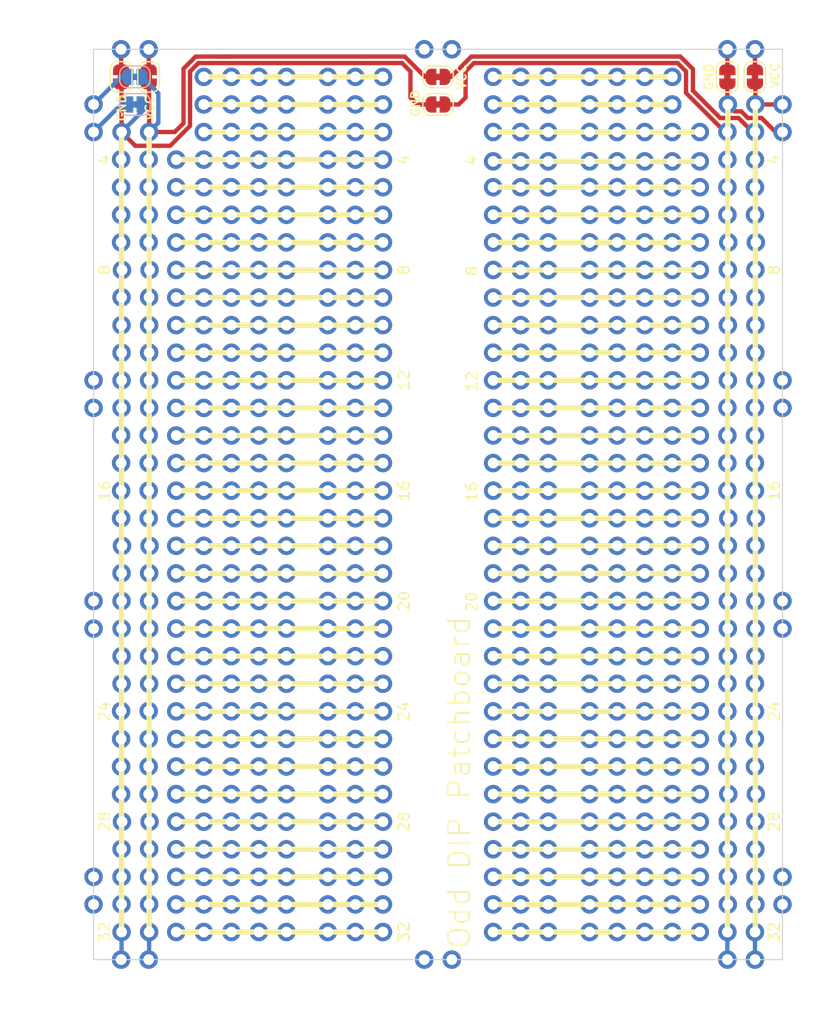
<source format=kicad_pcb>
(kicad_pcb (version 20211014) (generator pcbnew)
  (layers (0 "F.Cu" signal) (31 "B.Cu" signal) (34 "B.Paste" user) (35 "F.Paste" user) (36 "B.SilkS" user "B.Silkscreen") (37 "F.SilkS" user "F.Silkscreen") (38 "B.Mask" user) (39 "F.Mask" user) (44 "Edge.Cuts" user))
  (net 0 "")
  (net 1 "Net-(JP1-Pad2)")
  (net 2 "Net-(JP2-Pad2)")
  (net 3 "Net-(JP3-Pad2)")
  (net 4 "Net-(JP4-Pad2)")
  (net 19 "unconnected-(U1-Pad1)")
  (net 20 "unconnected-(U2-Pad1)")
  (net 21 "unconnected-(U3-Pad1)")
  (net 22 "unconnected-(U4-Pad1)")
  (net 23 "unconnected-(U5-Pad1)")
  (net 24 "unconnected-(U7-Pad1)")
  (net 25 "unconnected-(U8-Pad1)")
  (net 26 "unconnected-(U9-Pad1)")
  (net 27 "unconnected-(U10-Pad1)")
  (net 28 "unconnected-(U11-Pad1)")
  (net 29 "unconnected-(U25-Pad1)")
  (net 30 "unconnected-(U26-Pad1)")
  (net 31 "unconnected-(U27-Pad1)")
  (net 32 "unconnected-(U28-Pad1)")
  (net 33 "unconnected-(U29-Pad1)")
  (net 34 "unconnected-(U30-Pad1)")
  (net 35 "unconnected-(U31-Pad1)")
  (net 36 "unconnected-(U32-Pad1)")
  (net 37 "unconnected-(U33-Pad1)")
  (net 38 "unconnected-(U34-Pad1)")
  (net 39 "unconnected-(U35-Pad1)")
  (net 40 "unconnected-(U36-Pad1)")
  (net 41 "unconnected-(U37-Pad1)")
  (net 42 "unconnected-(U38-Pad1)")
  (net 43 "unconnected-(U39-Pad1)")
  (net 44 "unconnected-(U40-Pad1)")
  (net 45 "unconnected-(U41-Pad1)")
  (net 46 "unconnected-(U42-Pad1)")
  (net 47 "unconnected-(U43-Pad1)")
  (net 48 "unconnected-(U44-Pad1)")
  (net 49 "unconnected-(U45-Pad1)")
  (net 50 "unconnected-(U46-Pad1)")
  (net 51 "unconnected-(U47-Pad1)")
  (net 52 "unconnected-(U48-Pad1)")
  (net 53 "unconnected-(U49-Pad1)")
  (net 54 "unconnected-(U50-Pad1)")
  (net 55 "unconnected-(U51-Pad1)")
  (net 56 "unconnected-(U52-Pad1)")
  (net 57 "unconnected-(U53-Pad1)")
  (net 58 "unconnected-(U54-Pad1)")
  (net 59 "unconnected-(U55-Pad1)")
  (net 60 "unconnected-(U56-Pad1)")
  (net 61 "unconnected-(U57-Pad1)")
  (net 62 "unconnected-(U58-Pad1)")
  (net 63 "unconnected-(U59-Pad1)")
  (net 64 "unconnected-(U60-Pad1)")
  (net 65 "unconnected-(U61-Pad1)")
  (net 66 "unconnected-(U62-Pad1)")
  (net 67 "unconnected-(U63-Pad1)")
  (net 68 "unconnected-(U64-Pad1)")
  (net 69 "unconnected-(U67-Pad1)")
  (net 70 "unconnected-(U68-Pad1)")
  (net 71 "unconnected-(U69-Pad1)")
  (net 72 "unconnected-(U70-Pad1)")
  (net 73 "unconnected-(U71-Pad1)")
  (net 74 "unconnected-(U72-Pad1)")
  (net 75 "unconnected-(U73-Pad1)")
  (net 76 "unconnected-(U74-Pad1)")
  (net 77 "unconnected-(U75-Pad1)")
  (net 78 "unconnected-(U76-Pad1)")
  (net 79 "unconnected-(U77-Pad1)")
  (net 80 "unconnected-(U78-Pad1)")
  (net 81 "unconnected-(U79-Pad1)")
  (net 82 "unconnected-(U80-Pad1)")
  (net 83 "/LeftPlus")
  (net 84 "/LeftMinus")
  (net 85 "/RightPlus")
  (net 86 "/RightMinus")
  (net 87 "/LeftPlusJunk")
  (net 88 "/LeftMinusJunk")
  (footprint "Prototypeboard:2_pin_seperated" (layer "F.Cu") (at 175.26 54.61 180)
    (fp_text reference "U14")
    (fp_text value "2_pin_seperated")
  )
  (footprint "Prototypeboard:8_pin_shifted_connection" (layer "F.Cu") (at 129.54 102.87)
    (fp_text reference "U36")
    (fp_text value "1_row_connected")
  )
  (footprint "Prototypeboard:8_pin_shifted_connection" (layer "F.Cu") (at 129.54 107.95)
    (fp_text reference "U28")
    (fp_text value "1_row_connected")
  )
  (footprint "Prototypeboard:8_pin_shifted_connection" (layer "F.Cu") (at 129.54 97.79)
    (fp_text reference "U78")
    (fp_text value "1_row_connected")
  )
  (footprint "Prototypeboard:8_pin_shifted_connection" (layer "F.Cu") (at 129.54 80.01)
    (fp_text reference "U76")
    (fp_text value "1_row_connected")
  )
  (footprint "Prototypeboard:8_pin_shifted_connection" (layer "F.Cu") (at 162.56 113.03 180)
    (fp_text reference "U63")
    (fp_text value "1_row_connected")
  )
  (footprint "Prototypeboard:8_pin_shifted_connection" (layer "F.Cu") (at 162.56 72.39 180)
    (fp_text reference "U34")
    (fp_text value "1_row_connected")
  )
  (footprint "Prototypeboard:8_pin_shifted_connection" (layer "F.Cu") (at 162.56 85.09 180)
    (fp_text reference "U8")
    (fp_text value "1_row_connected")
  )
  (footprint "Prototypeboard:8_pin_shifted_connection" (layer "F.Cu") (at 162.56 90.17 180)
    (fp_text reference "U42")
    (fp_text value "1_row_connected")
  )
  (footprint "Prototypeboard:8_pin_shifted_connection" (layer "F.Cu") (at 162.56 130.81 180)
    (fp_text reference "U53")
    (fp_text value "1_row_connected")
  )
  (footprint "Prototypeboard:8_pin_shifted_connection" (layer "F.Cu") (at 129.54 135.89)
    (fp_text reference "U46")
    (fp_text value "1_row_connected")
  )
  (footprint "Prototypeboard:8_pin_shifted_connection" (layer "F.Cu") (at 129.54 110.49)
    (fp_text reference "U44")
    (fp_text value "1_row_connected")
  )
  (footprint "Prototypeboard:31x2_pin_connected" (layer "F.Cu") (at 172.72 59.69)
    (fp_text reference "U18")
    (fp_text value "2_pin_seperated")
  )
  (footprint "Prototypeboard:8_pin_shifted_connection" (layer "F.Cu") (at 129.54 87.63)
    (fp_text reference "U30")
    (fp_text value "1_row_connected")
  )
  (footprint "Prototypeboard:8_pin_shifted_connection" (layer "F.Cu") (at 162.56 125.73 180)
    (fp_text reference "U67")
    (fp_text value "1_row_connected")
  )
  (footprint "Prototypeboard:8_pin_shifted_connection" (layer "F.Cu") (at 129.54 100.33)
    (fp_text reference "U73")
    (fp_text value "1_row_connected")
  )
  (footprint "Prototypeboard:8_pin_shifted_connection" (layer "F.Cu") (at 162.56 64.93 180)
    (fp_text reference "U50")
    (fp_text value "1_row_connected")
  )
  (footprint "Prototypeboard:8_pin_shifted_connection" (layer "F.Cu") (at 129.54 90.17)
    (fp_text reference "U60")
    (fp_text value "1_row_connected")
  )
  (footprint "Prototypeboard:8_pin_shifted_connection" (layer "F.Cu") (at 162.56 82.55 180)
    (fp_text reference "U37")
    (fp_text value "1_row_connected")
  )
  (footprint "Prototypeboard:7_pin_shifted_connection" (layer "F.Cu") (at 132.08 59.42)
    (fp_text reference "U1")
    (fp_text value "1_row_connected")
  )
  (footprint "Prototypeboard:8_pin_shifted_connection" (layer "F.Cu") (at 129.54 125.73)
    (fp_text reference "U41")
    (fp_text value "1_row_connected")
  )
  (footprint "Prototypeboard:7_pin_shifted_connection" (layer "F.Cu") (at 160.02 59.96 180)
    (fp_text reference "U47")
    (fp_text value "1_row_connected")
  )
  (footprint "Prototypeboard:8_pin_shifted_connection" (layer "F.Cu") (at 129.54 92.71)
    (fp_text reference "U45")
    (fp_text value "1_row_connected")
  )
  (footprint "Prototypeboard:SolderJumper-2_P1.3mm_Bridged_RoundedPad1.0x1.5mm" (layer "F.Cu") (at 175.26 57.15 90)
    (fp_text reference "JP4")
    (fp_text value "Jumper_2_Bridged")
  )
  (footprint "Prototypeboard:8_pin_shifted_connection" (layer "F.Cu") (at 129.54 69.85)
    (fp_text reference "U26")
    (fp_text value "1_row_connected")
  )
  (footprint "Prototypeboard:8_pin_shifted_connection" (layer "F.Cu") (at 129.54 64.77)
    (fp_text reference "U62")
    (fp_text value "1_row_connected")
  )
  (footprint "Prototypeboard:8_pin_shifted_connection" (layer "F.Cu") (at 129.54 85.09)
    (fp_text reference "U77")
    (fp_text value "1_row_connected")
  )
  (footprint "Prototypeboard:8_pin_shifted_connection" (layer "F.Cu") (at 129.54 82.55)
    (fp_text reference "U75")
    (fp_text value "1_row_connected")
  )
  (footprint "Prototypeboard:8_pin_shifted_connection" (layer "F.Cu") (at 162.56 69.85 180)
    (fp_text reference "U72")
    (fp_text value "1_row_connected")
  )
  (footprint "Prototypeboard:8_pin_shifted_connection" (layer "F.Cu") (at 129.54 120.65)
    (fp_text reference "U7")
    (fp_text value "1_row_connected")
  )
  (footprint "Prototypeboard:8_pin_shifted_connection" (layer "F.Cu") (at 129.54 113.03)
    (fp_text reference "U40")
    (fp_text value "1_row_connected")
  )
  (footprint "Prototypeboard:2_pin_seperated" (layer "F.Cu") (at 116.84 138.43)
    (fp_text reference "U66")
    (fp_text value "2_pin_seperated")
  )
  (footprint "Prototypeboard:2_pin_seperated" (layer "F.Cu") (at 177.8 133.35 90)
    (fp_text reference "U16")
    (fp_text value "2_pin_seperated")
  )
  (footprint "Prototypeboard:8_pin_shifted_connection" (layer "F.Cu") (at 162.56 110.49 180)
    (fp_text reference "U38")
    (fp_text value "1_row_connected")
  )
  (footprint "Prototypeboard:8_pin_shifted_connection" (layer "F.Cu") (at 162.56 67.31 180)
    (fp_text reference "U51")
    (fp_text value "1_row_connected")
  )
  (footprint "Prototypeboard:7_pin_shifted_connection" (layer "F.Cu") (at 132.08 61.96)
    (fp_text reference "U3")
    (fp_text value "1_row_connected")
  )
  (footprint "Prototypeboard:2_pin_seperated" (layer "F.Cu") (at 177.8 107.95 90)
    (fp_text reference "U24")
    (fp_text value "2_pin_seperated")
  )
  (footprint "Prototypeboard:8_pin_shifted_connection" (layer "F.Cu") (at 129.54 130.81)
    (fp_text reference "U80")
    (fp_text value "1_row_connected")
  )
  (footprint "Prototypeboard:8_pin_shifted_connection" (layer "F.Cu") (at 162.56 100.33 180)
    (fp_text reference "U5")
    (fp_text value "1_row_connected")
  )
  (footprint "Prototypeboard:SolderJumper-2_P1.3mm_Bridged_RoundedPad1.0x1.5mm" (layer "F.Cu") (at 116.84 57.15 90)
    (fp_text reference "JP1")
    (fp_text value "Jumper_2_Bridged")
  )
  (footprint "Prototypeboard:8_pin_shifted_connection" (layer "F.Cu") (at 129.54 123.19)
    (fp_text reference "U79")
    (fp_text value "1_row_connected")
  )
  (footprint "Prototypeboard:8_pin_shifted_connection" (layer "F.Cu") (at 162.56 133.35 180)
    (fp_text reference "U59")
    (fp_text value "1_row_connected")
  )
  (footprint "Prototypeboard:2_pin_seperated" (layer "F.Cu") (at 177.8 87.63 90)
    (fp_text reference "U21")
    (fp_text value "2_pin_seperated")
  )
  (footprint "Prototypeboard:8_pin_shifted_connection" (layer "F.Cu") (at 162.56 87.63 180)
    (fp_text reference "U4")
    (fp_text value "1_row_connected")
  )
  (footprint "Prototypeboard:8_pin_shifted_connection" (layer "F.Cu") (at 162.56 74.93 180)
    (fp_text reference "U74")
    (fp_text value "1_row_connected")
  )
  (footprint "Prototypeboard:2_pin_seperated" (layer "F.Cu") (at 114.3 62.23 90)
    (fp_text reference "U12")
    (fp_text value "2_pin_seperated")
  )
  (footprint "Prototypeboard:8_pin_shifted_connection" (layer "F.Cu") (at 162.56 92.71 180)
    (fp_text reference "U58")
    (fp_text value "1_row_connected")
  )
  (footprint "Prototypeboard:2_pin_seperated" (layer "F.Cu") (at 144.78 138.43)
    (fp_text reference "U20")
    (fp_text value "2_pin_seperated")
  )
  (footprint "Prototypeboard:8_pin_shifted_connection" (layer "F.Cu") (at 162.56 80.01 180)
    (fp_text reference "U31")
    (fp_text value "1_row_connected")
  )
  (footprint "Prototypeboard:2_pin_seperated" (layer "F.Cu") (at 114.3 107.95 90)
    (fp_text reference "U23")
    (fp_text value "2_pin_seperated")
  )
  (footprint "Prototypeboard:8_pin_shifted_connection" (layer "F.Cu") (at 162.56 62.23 180)
    (fp_text reference "U64")
    (fp_text value "1_row_connected")
  )
  (footprint "Prototypeboard:8_pin_shifted_connection" (layer "F.Cu") (at 129.54 115.57)
    (fp_text reference "U11")
    (fp_text value "1_row_connected")
  )
  (footprint "Prototypeboard:SolderJumper-2_P1.3mm_Bridged_RoundedPad1.0x1.5mm" (layer "F.Cu") (at 119.38 57.15 90)
    (fp_text reference "JP2")
    (fp_text value "Jumper_2_Bridged")
  )
  (footprint "Prototypeboard:2_pin_seperated" (layer "F.Cu") (at 114.3 133.35 90)
    (fp_text reference "U13")
    (fp_text value "2_pin_seperated")
  )
  (footprint "Prototypeboard:8_pin_shifted_connection" (layer "F.Cu") (at 129.54 133.35)
    (fp_text reference "U71")
    (fp_text value "1_row_connected")
  )
  (footprint "Prototypeboard:8_pin_shifted_connection" (layer "F.Cu") (at 162.56 95.25 180)
    (fp_text reference "U55")
    (fp_text value "1_row_connected")
  )
  (footprint "Prototypeboard:8_pin_shifted_connection" (layer "F.Cu") (at 162.56 123.19 180)
    (fp_text reference "U10")
    (fp_text value "1_row_connected")
  )
  (footprint "Prototypeboard:7_pin_shifted_connection" (layer "F.Cu") (at 160.02 57.42 180)
    (fp_text reference "U48")
    (fp_text value "1_row_connected")
  )
  (footprint "Prototypeboard:8_pin_shifted_connection" (layer "F.Cu") (at 162.56 115.57 180)
    (fp_text reference "U52")
    (fp_text value "1_row_connected")
  )
  (footprint "Prototypeboard:7_pin_shifted_connection" (layer "F.Cu") (at 132.08 56.88)
    (fp_text reference "U2")
    (fp_text value "1_row_connected")
  )
  (footprint "Prototypeboard:8_pin_shifted_connection" (layer "F.Cu") (at 162.56 102.87 180)
    (fp_text reference "U9")
    (fp_text value "1_row_connected")
  )
  (footprint "Prototypeboard:SolderJumper-2_P1.3mm_Bridged_RoundedPad1.0x1.5mm" (layer "F.Cu") (at 172.72 57.15 90)
    (fp_text reference "JP3")
    (fp_text value "Jumper_2_Bridged")
  )
  (footprint "Prototypeboard:8_pin_shifted_connection" (layer "F.Cu") (at 162.56 107.95 180)
    (fp_text reference "U27")
    (fp_text value "1_row_connected")
  )
  (footprint "Prototypeboard:8_pin_shifted_connection" (layer "F.Cu") (at 129.54 67.31)
    (fp_text reference "U70")
    (fp_text value "1_row_connected")
  )
  (footprint "Prototypeboard:2_pin_seperated" (layer "F.Cu") (at 114.3 87.63 90)
    (fp_text reference "U22")
    (fp_text value "2_pin_seperated")
  )
  (footprint "Prototypeboard:8_pin_shifted_connection" (layer "F.Cu") (at 162.56 97.79 180)
    (fp_text reference "U32")
    (fp_text value "1_row_connected")
  )
  (footprint "Prototypeboard:SolderJumper-2_P1.3mm_Bridged_RoundedPad1.0x1.5mm" (layer "F.Cu") (at 146.05 59.69)
    (fp_text reference "JP9")
    (fp_text value "Jumper_2_Bridged")
  )
  (footprint "Prototypeboard:8_pin_shifted_connection" (layer "F.Cu") (at 129.54 118.11)
    (fp_text reference "U35")
    (fp_text value "1_row_connected")
  )
  (footprint "Prototypeboard:8_pin_shifted_connection" (layer "F.Cu") (at 162.56 135.89 180)
    (fp_text reference "U57")
    (fp_text value "1_row_connected")
  )
  (footprint "Prototypeboard:2_pin_seperated" (layer "F.Cu") (at 144.78 54.61)
    (fp_text reference "U19")
    (fp_text value "2_pin_seperated")
  )
  (footprint "Prototypeboard:8_pin_shifted_connection" (layer "F.Cu") (at 162.56 120.65 180)
    (fp_text reference "U43")
    (fp_text value "1_row_connected")
  )
  (footprint "Prototypeboard:8_pin_shifted_connection" (layer "F.Cu") (at 129.54 128.27)
    (fp_text reference "U25")
    (fp_text value "1_row_connected")
  )
  (footprint "Prototypeboard:8_pin_shifted_connection" (layer "F.Cu") (at 129.54 72.39)
    (fp_text reference "U49")
    (fp_text value "1_row_connected")
  )
  (footprint "Prototypeboard:SolderJumper-2_P1.3mm_Bridged_RoundedPad1.0x1.5mm" (layer "F.Cu") (at 146.05 57.15)
    (fp_text reference "JP10")
    (fp_text value "Jumper_2_Bridged")
  )
  (footprint "Prototypeboard:30x2_pin_connected" (layer "F.Cu") (at 116.880547 62.23)
    (fp_text reference "U6")
    (fp_text value "2_pin_seperated")
  )
  (footprint "Prototypeboard:2_pin_seperated" (layer "F.Cu") (at 116.84 54.61)
    (fp_text reference "U65")
    (fp_text value "2_pin_seperated")
  )
  (footprint "Prototypeboard:2_pin_seperated" (layer "F.Cu") (at 177.8 59.69 -90)
    (fp_text reference "U17")
    (fp_text value "2_pin_seperated")
  )
  (footprint "Prototypeboard:8_pin_shifted_connection" (layer "F.Cu") (at 129.54 77.47)
    (fp_text reference "U69")
    (fp_text value "1_row_connected")
  )
  (footprint "Prototypeboard:8_pin_shifted_connection" (layer "F.Cu") (at 129.54 95.25)
    (fp_text reference "U56")
    (fp_text value "1_row_connected")
  )
  (footprint "Prototypeboard:8_pin_shifted_connection" (layer "F.Cu") (at 162.56 77.47 180)
    (fp_text reference "U54")
    (fp_text value "1_row_connected")
  )
  (footprint "Prototypeboard:8_pin_shifted_connection" (layer "F.Cu") (at 129.54 74.93)
    (fp_text reference "U33")
    (fp_text value "1_row_connected")
  )
  (footprint "Prototypeboard:8_pin_shifted_connection" (layer "F.Cu") (at 162.56 118.11 180)
    (fp_text reference "U68")
    (fp_text value "1_row_connected")
  )
  (footprint "Prototypeboard:8_pin_shifted_connection" (layer "F.Cu") (at 162.56 128.27 180)
    (fp_text reference "U39")
    (fp_text value "1_row_connected")
  )
  (footprint "Prototypeboard:8_pin_shifted_connection" (layer "F.Cu") (at 129.54 105.41)
    (fp_text reference "U29")
    (fp_text value "1_row_connected")
  )
  (footprint "Prototypeboard:8_pin_shifted_connection" (layer "F.Cu") (at 162.56 105.41 180)
    (fp_text reference "U61")
    (fp_text value "1_row_connected")
  )
  (footprint "Prototypeboard:2_pin_seperated" (layer "F.Cu") (at 175.26 138.43 180)
    (fp_text reference "U15")
    (fp_text value "2_pin_seperated")
  )
  (footprint "Prototypeboard:SolderJumper-2_P1.3mm_Bridged_RoundedPad1.0x1.5mm" (layer "B.Cu") (at 118.11 57.15)
    (fp_text reference "JP6")
    (fp_text value "Jumper_2_Bridged")
  )
  (footprint "Prototypeboard:SolderJumper-2_P1.3mm_Bridged_RoundedPad1.0x1.5mm" (layer "B.Cu") (at 118.11 59.69)
    (fp_text reference "JP5")
    (fp_text value "Jumper_2_Bridged")
  )
  (gr_rect (start 114.3 54.61) (end 177.8 138.43) (layer "Edge.Cuts") (width 0.1) (fill none))
  (gr_text "24" (at 142.917011 115.574038 90) (layer "F.SilkS") (effects (font (size 1 1))))
  (gr_text "4" (at 115.316 64.77 90) (layer "F.SilkS") (effects (font (size 1 1))))
  (gr_text "24" (at 177.038 115.57 90) (layer "F.SilkS") (effects (font (size 1 1))))
  (gr_text "Odd DIP Patchboard" (at 148.007752 122.104442 90) (layer "F.SilkS") (effects (font (size 2 2))))
  (gr_text "28" (at 177.038 125.73 90) (layer "F.SilkS") (effects (font (size 1 1))))
  (gr_text "VCC" (at 177.110226 57.022264 90) (layer "F.SilkS") (effects (font (size 0.8 0.8))))
  (gr_text "16" (at 177.038 95.25 90) (layer "F.SilkS") (effects (font (size 1 1))))
  (gr_text "28" (at 115.316 125.73 90) (layer "F.SilkS") (effects (font (size 1 1))))
  (gr_text "32" (at 177.038 135.89 90) (layer "F.SilkS") (effects (font (size 1 1))))
  (gr_text "8" (at 115.316 74.93 90) (layer "F.SilkS") (effects (font (size 1 1))))
  (gr_text "GND" (at 116.891744 60.00786 90) (layer "F.SilkS") (effects (font (size 0.8 0.8))))
  (gr_text "12" (at 142.917011 85.094038 90) (layer "F.SilkS") (effects (font (size 1 1))))
  (gr_text "4" (at 149.15821 64.859885 90) (layer "F.SilkS") (effects (font (size 1 1))))
  (gr_text "32" (at 115.316 135.89 90) (layer "F.SilkS") (effects (font (size 1 1))))
  (gr_text "4" (at 177.038 64.77 90) (layer "F.SilkS") (effects (font (size 1 1))))
  (gr_text "20" (at 142.917011 105.414038 90) (layer "F.SilkS") (effects (font (size 1 1))))
  (gr_text "8" (at 149.15821 75.019885 90) (layer "F.SilkS") (effects (font (size 1 1))))
  (gr_text "GND" (at 171.014063 57.165328 90) (layer "F.SilkS") (effects (font (size 0.8 0.8))))
  (gr_text "32" (at 142.917011 135.894038 90) (layer "F.SilkS") (effects (font (size 1 1))))
  (gr_text "24" (at 115.316 115.57 90) (layer "F.SilkS") (effects (font (size 1 1))))
  (gr_text "4" (at 142.917011 64.774038 90) (layer "F.SilkS") (effects (font (size 1 1))))
  (gr_text "16" (at 115.316 95.25 90) (layer "F.SilkS") (effects (font (size 1 1))))
  (gr_text "VCC" (at 119.495317 59.991598 90) (layer "F.SilkS") (effects (font (size 0.8 0.8))))
  (gr_text "16" (at 142.917011 95.254038 90) (layer "F.SilkS") (effects (font (size 1 1))))
  (gr_text "16" (at 149.15821 95.339885 90) (layer "F.SilkS") (effects (font (size 1 1))))
  (gr_text "8" (at 142.917011 74.934038 90) (layer "F.SilkS") (effects (font (size 1 1))))
  (gr_text "8" (at 177.038 74.93 90) (layer "F.SilkS") (effects (font (size 1 1))))
  (gr_text "28" (at 142.917011 125.734038 90) (layer "F.SilkS") (effects (font (size 1 1))))
  (gr_text "VCC" (at 148.246084 57.156573 90) (layer "F.SilkS") (effects (font (size 0.8 0.8))))
  (gr_text "20" (at 149.15821 105.499885 90) (layer "F.SilkS") (effects (font (size 1 1))))
  (gr_text "12" (at 149.15821 85.179885 90) (layer "F.SilkS") (effects (font (size 1 1))))
  (gr_text "GND" (at 143.966936 59.594198 90) (layer "F.SilkS") (effects (font (size 0.8 0.8))))
  (segment (start 116.84 56.5) (end 116.84 54.81) (width 0.4) (layer "F.Cu") (net 1))
  (segment (start 119.38 56.5) (end 119.38 54.81) (width 0.4) (layer "F.Cu") (net 2))
  (segment (start 172.72 56.5) (end 172.72 54.81) (width 0.4) (layer "F.Cu") (net 3))
  (segment (start 175.26 56.5) (end 175.26 54.81) (width 0.4) (layer "F.Cu") (net 4))
  (segment (start 140.97 59.69) (end 124.46 59.69) (width 0.4) (layer "B.Cu") (net 19))
  (segment (start 124.46 57.15) (end 140.97 57.15) (width 0.4) (layer "B.Cu") (net 20))
  (segment (start 124.46 62.23) (end 140.97 62.23) (width 0.4) (layer "B.Cu") (net 21))
  (segment (start 151.13 87.63) (end 170.18 87.63) (width 0.4) (layer "B.Cu") (net 22))
  (segment (start 170.18 100.33) (end 151.13 100.33) (width 0.4) (layer "B.Cu") (net 23))
  (segment (start 140.97 120.65) (end 121.92 120.65) (width 0.4) (layer "B.Cu") (net 24))
  (segment (start 170.18 85.09) (end 151.13 85.09) (width 0.4) (layer "B.Cu") (net 25))
  (segment (start 151.13 102.87) (end 170.18 102.87) (width 0.4) (layer "B.Cu") (net 26))
  (segment (start 170.18 123.19) (end 151.13 123.19) (width 0.4) (layer "B.Cu") (net 27))
  (segment (start 140.97 115.57) (end 121.92 115.57) (width 0.4) (layer "B.Cu") (net 28))
  (segment (start 121.92 128.27) (end 140.97 128.27) (width 0.4) (layer "B.Cu") (net 29))
  (segment (start 140.97 69.85) (end 121.92 69.85) (width 0.4) (layer "B.Cu") (net 30))
  (segment (start 151.13 107.95) (end 170.18 107.95) (width 0.4) (layer "B.Cu") (net 31))
  (segment (start 121.92 107.95) (end 140.97 107.95) (width 0.4) (layer "B.Cu") (net 32))
  (segment (start 140.97 105.41) (end 121.92 105.41) (width 0.4) (layer "B.Cu") (net 33))
  (segment (start 121.92 87.63) (end 140.97 87.63) (width 0.4) (layer "B.Cu") (net 34))
  (segment (start 170.18 80.01) (end 151.13 80.01) (width 0.4) (layer "B.Cu") (net 35))
  (segment (start 151.13 97.79) (end 170.18 97.79) (width 0.4) (layer "B.Cu") (net 36))
  (segment (start 140.97 74.93) (end 121.92 74.93) (width 0.4) (layer "B.Cu") (net 37))
  (segment (start 151.13 72.39) (end 170.18 72.39) (width 0.4) (layer "B.Cu") (net 38))
  (segment (start 121.92 118.11) (end 140.97 118.11) (width 0.4) (layer "B.Cu") (net 39))
  (segment (start 121.92 102.87) (end 140.97 102.87) (width 0.4) (layer "B.Cu") (net 40))
  (segment (start 151.13 82.55) (end 170.18 82.55) (width 0.4) (layer "B.Cu") (net 41))
  (segment (start 170.18 110.49) (end 151.13 110.49) (width 0.4) (layer "B.Cu") (net 42))
  (segment (start 170.18 128.27) (end 151.13 128.27) (width 0.4) (layer "B.Cu") (net 43))
  (segment (start 121.92 113.03) (end 140.97 113.03) (width 0.4) (layer "B.Cu") (net 44))
  (segment (start 140.97 125.73) (end 121.92 125.73) (width 0.4) (layer "B.Cu") (net 45))
  (segment (start 170.18 90.17) (end 151.13 90.17) (width 0.4) (layer "B.Cu") (net 46))
  (segment (start 170.18 120.65) (end 151.13 120.65) (width 0.4) (layer "B.Cu") (net 47))
  (segment (start 140.97 110.49) (end 121.92 110.49) (width 0.4) (layer "B.Cu") (net 48))
  (segment (start 121.92 92.71) (end 140.97 92.71) (width 0.4) (layer "B.Cu") (net 49))
  (segment (start 140.97 135.89) (end 121.92 135.89) (width 0.4) (layer "B.Cu") (net 50))
  (segment (start 167.64 59.69) (end 151.13 59.69) (width 0.4) (layer "B.Cu") (net 51))
  (segment (start 151.13 57.15) (end 167.64 57.15) (width 0.4) (layer "B.Cu") (net 52))
  (segment (start 121.92 72.39) (end 140.97 72.39) (width 0.4) (layer "B.Cu") (net 53))
  (segment (start 170.18 64.93) (end 151.13 64.93) (width 0.4) (layer "B.Cu") (net 54))
  (segment (start 151.13 67.31) (end 170.18 67.31) (width 0.4) (layer "B.Cu") (net 55))
  (segment (start 170.18 115.57) (end 151.13 115.57) (width 0.4) (layer "B.Cu") (net 56))
  (segment (start 151.13 130.81) (end 170.18 130.81) (width 0.4) (layer "B.Cu") (net 57))
  (segment (start 151.13 77.47) (end 170.18 77.47) (width 0.4) (layer "B.Cu") (net 58))
  (segment (start 170.18 95.25) (end 151.13 95.25) (width 0.4) (layer "B.Cu") (net 59))
  (segment (start 140.97 95.25) (end 121.92 95.25) (width 0.4) (layer "B.Cu") (net 60))
  (segment (start 151.13 135.89) (end 170.18 135.89) (width 0.4) (layer "B.Cu") (net 61))
  (segment (start 151.13 92.71) (end 170.18 92.71) (width 0.4) (layer "B.Cu") (net 62))
  (segment (start 170.18 133.35) (end 151.13 133.35) (width 0.4) (layer "B.Cu") (net 63))
  (segment (start 140.97 90.17) (end 121.92 90.17) (width 0.4) (layer "B.Cu") (net 64))
  (segment (start 170.18 105.41) (end 151.13 105.41) (width 0.4) (layer "B.Cu") (net 65))
  (segment (start 140.97 64.77) (end 121.92 64.77) (width 0.4) (layer "B.Cu") (net 66))
  (segment (start 151.13 113.03) (end 170.18 113.03) (width 0.4) (layer "B.Cu") (net 67))
  (segment (start 151.13 62.23) (end 170.18 62.23) (width 0.4) (layer "B.Cu") (net 68))
  (segment (start 151.13 125.73) (end 170.18 125.73) (width 0.4) (layer "B.Cu") (net 69))
  (segment (start 151.13 118.11) (end 170.18 118.11) (width 0.4) (layer "B.Cu") (net 70))
  (segment (start 121.92 77.47) (end 140.97 77.47) (width 0.4) (layer "B.Cu") (net 71))
  (segment (start 121.92 67.31) (end 140.97 67.31) (width 0.4) (layer "B.Cu") (net 72))
  (segment (start 121.92 133.35) (end 140.97 133.35) (width 0.4) (layer "B.Cu") (net 73))
  (segment (start 170.18 69.85) (end 151.13 69.85) (width 0.4) (layer "B.Cu") (net 74))
  (segment (start 140.97 100.33) (end 121.92 100.33) (width 0.4) (layer "B.Cu") (net 75))
  (segment (start 170.18 74.93) (end 151.13 74.93) (width 0.4) (layer "B.Cu") (net 76))
  (segment (start 121.92 82.55) (end 140.97 82.55) (width 0.4) (layer "B.Cu") (net 77))
  (segment (start 140.97 80.01) (end 121.92 80.01) (width 0.4) (layer "B.Cu") (net 78))
  (segment (start 140.97 85.09) (end 121.92 85.09) (width 0.4) (layer "B.Cu") (net 79))
  (segment (start 121.92 97.79) (end 140.97 97.79) (width 0.4) (layer "B.Cu") (net 80))
  (segment (start 121.92 123.19) (end 140.97 123.19) (width 0.4) (layer "B.Cu") (net 81))
  (segment (start 140.97 130.81) (end 121.92 130.81) (width 0.4) (layer "B.Cu") (net 82))
  (segment (start 123.713705 55.28) (end 126.965 55.28) (width 0.4) (layer "F.Cu") (net 83))
  (segment (start 119.420547 62.23) (end 119.420547 57.840547) (width 0.4) (layer "F.Cu") (net 83))
  (segment (start 142.986295 55.28) (end 139.065 55.28) (width 0.4) (layer "F.Cu") (net 83))
  (segment (start 145.4 57.15) (end 144.856295 57.15) (width 0.4) (layer "F.Cu") (net 83))
  (segment (start 119.420547 57.840547) (end 119.38 57.8) (width 0.4) (layer "F.Cu") (net 83))
  (segment (start 122.59 56.403705) (end 123.713705 55.28) (width 0.4) (layer "F.Cu") (net 83))
  (segment (start 122.59 61.417677) (end 122.59 56.403705) (width 0.4) (layer "F.Cu") (net 83))
  (segment (start 139.065 55.28) (end 126.965 55.28) (width 0.4) (layer "F.Cu") (net 83))
  (segment (start 119.420547 62.23) (end 121.777677 62.23) (width 0.4) (layer "F.Cu") (net 83))
  (segment (start 144.856295 57.15) (end 143.865647 56.159352) (width 0.4) (layer "F.Cu") (net 83))
  (segment (start 119.38 128.310547) (end 119.339453 128.27) (width 0.254) (layer "F.Cu") (net 83))
  (segment (start 126.965 55.28) (end 125.765 55.28) (width 0.4) (layer "F.Cu") (net 83))
  (segment (start 119.482323 62.203972) (end 119.339453 62.203972) (width 0.4) (layer "F.Cu") (net 83))
  (segment (start 121.777677 62.23) (end 122.59 61.417677) (width 0.4) (layer "F.Cu") (net 83))
  (segment (start 143.865647 56.159352) (end 142.986295 55.28) (width 0.4) (layer "F.Cu") (net 83))
  (segment (start 119.420547 138.189453) (end 119.38 138.23) (width 0.4) (layer "B.Cu") (net 83))
  (segment (start 120.270547 61.38) (end 119.420547 62.23) (width 0.4) (layer "B.Cu") (net 83))
  (segment (start 118.76 57.15) (end 120.270547 58.660547) (width 0.4) (layer "B.Cu") (net 83))
  (segment (start 120.270547 58.660547) (end 120.270547 61.38) (width 0.4) (layer "B.Cu") (net 83))
  (segment (start 119.420547 62.23) (end 119.420547 138.189453) (width 0.4) (layer "B.Cu") (net 83))
  (segment (start 143.51 59.055) (end 144.145 59.69) (width 0.4) (layer "F.Cu") (net 84))
  (segment (start 143.51 56.652233) (end 143.51 59.055) (width 0.4) (layer "F.Cu") (net 84))
  (segment (start 116.732878 62.23) (end 116.758906 62.203972) (width 0.254) (layer "F.Cu") (net 84))
  (segment (start 116.84 57.8) (end 116.880547 57.840547) (width 0.4) (layer "F.Cu") (net 84))
  (segment (start 144.145 59.69) (end 145.4 59.69) (width 0.4) (layer "F.Cu") (net 84))
  (segment (start 118.144519 63.493972) (end 121.362233 63.493972) (width 0.4) (layer "F.Cu") (net 84))
  (segment (start 123.19 56.652233) (end 123.962233 55.88) (width 0.4) (layer "F.Cu") (net 84))
  (segment (start 116.813972 125.73) (end 116.84 125.703972) (width 0.254) (layer "F.Cu") (net 84))
  (segment (start 116.880547 57.840547) (end 116.880547 62.23) (width 0.4) (layer "F.Cu") (net 84))
  (segment (start 121.362233 63.493972) (end 123.19 61.666205) (width 0.4) (layer "F.Cu") (net 84))
  (segment (start 123.19 61.666205) (end 123.19 56.652233) (width 0.4) (layer "F.Cu") (net 84))
  (segment (start 142.737767 55.88) (end 143.51 56.652233) (width 0.4) (layer "F.Cu") (net 84))
  (segment (start 123.962233 55.88) (end 142.737767 55.88) (width 0.4) (layer "F.Cu") (net 84))
  (segment (start 116.880547 62.23) (end 118.144519 63.493972) (width 0.4) (layer "F.Cu") (net 84))
  (segment (start 116.880547 138.189453) (end 116.84 138.23) (width 0.4) (layer "B.Cu") (net 84))
  (segment (start 118.76 60.350547) (end 116.880547 62.23) (width 0.4) (layer "B.Cu") (net 84))
  (segment (start 116.880547 62.23) (end 116.880547 138.189453) (width 0.4) (layer "B.Cu") (net 84))
  (segment (start 118.76 59.69) (end 118.76 60.350547) (width 0.4) (layer "B.Cu") (net 84))
  (segment (start 169.545 58.42) (end 172.065 60.94) (width 0.4) (layer "F.Cu") (net 85))
  (segment (start 173.756472 60.94) (end 175.020444 62.203972) (width 0.4) (layer "F.Cu") (net 85))
  (segment (start 146.7 57.15) (end 147.243705 57.15) (width 0.4) (layer "F.Cu") (net 85))
  (segment (start 168.386295 55.28) (end 169.545 56.438705) (width 0.4) (layer "F.Cu") (net 85))
  (segment (start 175.300547 57.840547) (end 175.26 57.8) (width 0.4) (layer "F.Cu") (net 85))
  (segment (start 147.243705 57.15) (end 149.113705 55.28) (width 0.4) (layer "F.Cu") (net 85))
  (segment (start 169.545 56.438705) (end 169.545 58.42) (width 0.4) (layer "F.Cu") (net 85))
  (segment (start 175.300547 59.69) (end 177.6 59.69) (width 0.4) (layer "F.Cu") (net 85))
  (segment (start 175.020444 62.203972) (end 175.26 62.203972) (width 0.4) (layer "F.Cu") (net 85))
  (segment (start 149.113705 55.28) (end 168.386295 55.28) (width 0.4) (layer "F.Cu") (net 85))
  (segment (start 175.300547 59.69) (end 175.300547 57.840547) (width 0.4) (layer "F.Cu") (net 85))
  (segment (start 172.065 60.94) (end 173.756472 60.94) (width 0.4) (layer "F.Cu") (net 85))
  (segment (start 175.26 135.89) (end 175.26 138.23) (width 0.4) (layer "B.Cu") (net 85))
  (segment (start 175.26 59.730547) (end 175.300547 59.69) (width 0.4) (layer "B.Cu") (net 85))
  (segment (start 175.26 135.89) (end 175.26 59.730547) (width 0.4) (layer "B.Cu") (net 85))
  (segment (start 172.72 59.649453) (end 172.760547 59.69) (width 0.4) (layer "F.Cu") (net 86))
  (segment (start 148.59 59.055) (end 148.59 56.652233) (width 0.4) (layer "F.Cu") (net 86))
  (segment (start 172.480444 62.203972) (end 172.72 62.203972) (width 0.4) (layer "F.Cu") (net 86))
  (segment (start 168.91 56.652233) (end 168.91 58.633528) (width 0.4) (layer "F.Cu") (net 86))
  (segment (start 172.760547 59.69) (end 173.395547 60.325) (width 0.4) (layer "F.Cu") (net 86))
  (segment (start 168.137767 55.88) (end 168.91 56.652233) (width 0.4) (layer "F.Cu") (net 86))
  (segment (start 177.165 62.23) (end 177.6 62.23) (width 0.4) (layer "F.Cu") (net 86))
  (segment (start 173.99 60.325) (end 174.605 60.94) (width 0.4) (layer "F.Cu") (net 86))
  (segment (start 174.605 60.94) (end 175.875 60.94) (width 0.4) (layer "F.Cu") (net 86))
  (segment (start 173.395547 60.325) (end 173.99 60.325) (width 0.4) (layer "F.Cu") (net 86))
  (segment (start 148.59 56.652233) (end 149.362233 55.88) (width 0.4) (layer "F.Cu") (net 86))
  (segment (start 168.91 58.633528) (end 172.480444 62.203972) (width 0.4) (layer "F.Cu") (net 86))
  (segment (start 146.7 59.69) (end 147.955 59.69) (width 0.4) (layer "F.Cu") (net 86))
  (segment (start 147.955 59.69) (end 148.59 59.055) (width 0.4) (layer "F.Cu") (net 86))
  (segment (start 175.875 60.94) (end 177.165 62.23) (width 0.4) (layer "F.Cu") (net 86))
  (segment (start 149.362233 55.88) (end 168.137767 55.88) (width 0.4) (layer "F.Cu") (net 86))
  (segment (start 172.72 57.8) (end 172.72 59.649453) (width 0.4) (layer "F.Cu") (net 86))
  (segment (start 172.760547 135.849453) (end 172.72 135.89) (width 0.4) (layer "B.Cu") (net 86))
  (segment (start 172.760547 59.69) (end 172.760547 135.849453) (width 0.4) (layer "B.Cu") (net 86))
  (segment (start 172.72 135.89) (end 172.72 138.23) (width 0.4) (layer "B.Cu") (net 86))
  (segment (start 116.84 57.15) (end 114.5 59.49) (width 0.4) (layer "B.Cu") (net 87))
  (segment (start 114.5 59.49) (end 114.5 59.69) (width 0.4) (layer "B.Cu") (net 87))
  (segment (start 117.46 57.15) (end 116.84 57.15) (width 0.4) (layer "B.Cu") (net 87))
  (segment (start 117.46 59.69) (end 116.84 59.69) (width 0.4) (layer "B.Cu") (net 88))
  (segment (start 116.84 59.69) (end 114.5 62.03) (width 0.4) (layer "B.Cu") (net 88))
  (segment (start 114.5 62.03) (end 114.5 62.23) (width 0.4) (layer "B.Cu") (net 88))
)
</source>
